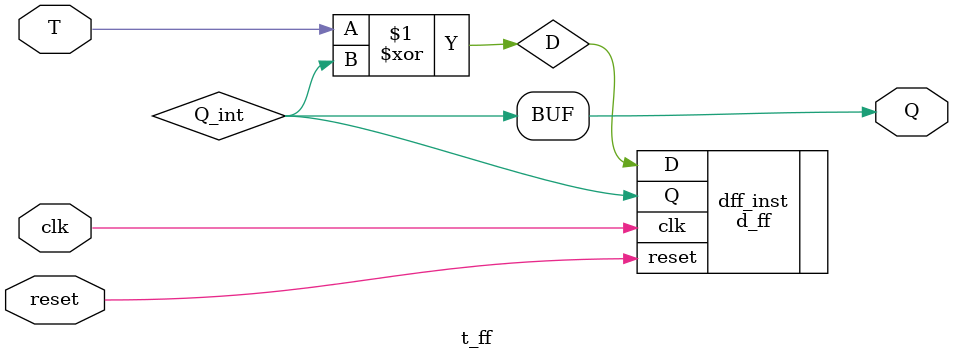
<source format=v>
module t_ff(
    input clk,
    input reset,
    input T,
    output Q
);
    wire D;
    wire Q_int;

    // T flip-flop logic: D = T XOR Q
    assign D = T ^ Q_int;

    // D-FF instantiation
    d_ff dff_inst(
        .clk(clk),
        .reset(reset),
        .D(D),
        .Q(Q_int)
    );

    assign Q = Q_int;

endmodule

</source>
